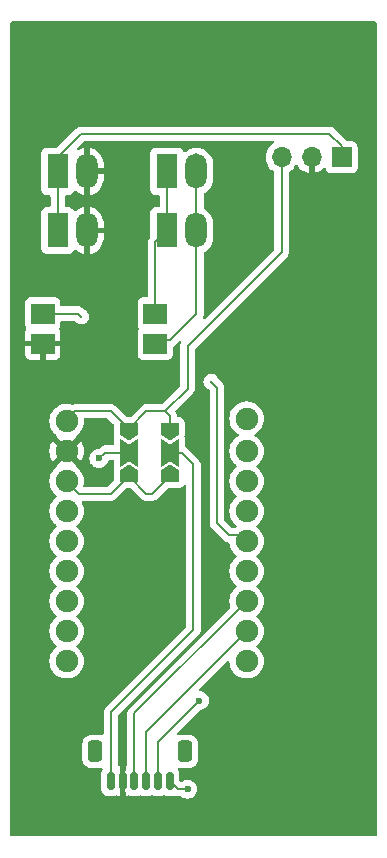
<source format=gbr>
%TF.GenerationSoftware,KiCad,Pcbnew,8.0.4*%
%TF.CreationDate,2024-08-15T17:47:52+02:00*%
%TF.ProjectId,Fingerprint_doorbell,46696e67-6572-4707-9269-6e745f646f6f,rev?*%
%TF.SameCoordinates,Original*%
%TF.FileFunction,Copper,L1,Top*%
%TF.FilePolarity,Positive*%
%FSLAX46Y46*%
G04 Gerber Fmt 4.6, Leading zero omitted, Abs format (unit mm)*
G04 Created by KiCad (PCBNEW 8.0.4) date 2024-08-15 17:47:52*
%MOMM*%
%LPD*%
G01*
G04 APERTURE LIST*
G04 Aperture macros list*
%AMRoundRect*
0 Rectangle with rounded corners*
0 $1 Rounding radius*
0 $2 $3 $4 $5 $6 $7 $8 $9 X,Y pos of 4 corners*
0 Add a 4 corners polygon primitive as box body*
4,1,4,$2,$3,$4,$5,$6,$7,$8,$9,$2,$3,0*
0 Add four circle primitives for the rounded corners*
1,1,$1+$1,$2,$3*
1,1,$1+$1,$4,$5*
1,1,$1+$1,$6,$7*
1,1,$1+$1,$8,$9*
0 Add four rect primitives between the rounded corners*
20,1,$1+$1,$2,$3,$4,$5,0*
20,1,$1+$1,$4,$5,$6,$7,0*
20,1,$1+$1,$6,$7,$8,$9,0*
20,1,$1+$1,$8,$9,$2,$3,0*%
%AMFreePoly0*
4,1,6,1.000000,0.000000,0.500000,-0.750000,-0.500000,-0.750000,-0.500000,0.750000,0.500000,0.750000,1.000000,0.000000,1.000000,0.000000,$1*%
%AMFreePoly1*
4,1,7,0.700000,0.000000,1.200000,-0.750000,-1.200000,-0.750000,-0.700000,0.000000,-1.200000,0.750000,1.200000,0.750000,0.700000,0.000000,0.700000,0.000000,$1*%
G04 Aperture macros list end*
%TA.AperFunction,SMDPad,CuDef*%
%ADD10R,2.000000X1.780000*%
%TD*%
%TA.AperFunction,ComponentPad*%
%ADD11R,1.700000X1.700000*%
%TD*%
%TA.AperFunction,ComponentPad*%
%ADD12O,1.700000X1.700000*%
%TD*%
%TA.AperFunction,ComponentPad*%
%ADD13R,1.800000X3.000000*%
%TD*%
%TA.AperFunction,ComponentPad*%
%ADD14O,1.800000X3.000000*%
%TD*%
%TA.AperFunction,SMDPad,CuDef*%
%ADD15FreePoly0,270.000000*%
%TD*%
%TA.AperFunction,SMDPad,CuDef*%
%ADD16FreePoly1,90.000000*%
%TD*%
%TA.AperFunction,SMDPad,CuDef*%
%ADD17FreePoly0,90.000000*%
%TD*%
%TA.AperFunction,SMDPad,CuDef*%
%ADD18RoundRect,0.250000X-0.350000X-0.650000X0.350000X-0.650000X0.350000X0.650000X-0.350000X0.650000X0*%
%TD*%
%TA.AperFunction,SMDPad,CuDef*%
%ADD19RoundRect,0.150000X-0.150000X-0.625000X0.150000X-0.625000X0.150000X0.625000X-0.150000X0.625000X0*%
%TD*%
%TA.AperFunction,ComponentPad*%
%ADD20C,1.905000*%
%TD*%
%TA.AperFunction,ViaPad*%
%ADD21C,0.300000*%
%TD*%
%TA.AperFunction,ViaPad*%
%ADD22C,0.600000*%
%TD*%
%TA.AperFunction,Conductor*%
%ADD23C,0.200000*%
%TD*%
G04 APERTURE END LIST*
D10*
%TO.P,U2,1*%
%TO.N,Net-(U1-GPIO11)*%
X64235000Y-50730000D03*
%TO.P,U2,2*%
%TO.N,/GND*%
X64235000Y-53270000D03*
%TO.P,U2,3*%
%TO.N,Net-(J3-Pin_2)*%
X73765000Y-53270000D03*
%TO.P,U2,4*%
%TO.N,Net-(J3-Pin_1)*%
X73765000Y-50730000D03*
%TD*%
D11*
%TO.P,J4,1,Pin_1*%
%TO.N,/24V*%
X89540000Y-37500000D03*
D12*
%TO.P,J4,2,Pin_2*%
%TO.N,/GND*%
X87000000Y-37500000D03*
%TO.P,J4,3,Pin_3*%
%TO.N,/5V*%
X84460000Y-37500000D03*
%TD*%
D13*
%TO.P,J3,1,Pin_1*%
%TO.N,Net-(J3-Pin_1)*%
X74750000Y-38700000D03*
X74750000Y-43700000D03*
D14*
%TO.P,J3,2,Pin_2*%
%TO.N,Net-(J3-Pin_2)*%
X77250000Y-38700000D03*
X77250000Y-43700000D03*
%TD*%
D13*
%TO.P,J2,1,Pin_1*%
%TO.N,/24V*%
X65500000Y-38700000D03*
X65500000Y-43700000D03*
D14*
%TO.P,J2,2,Pin_2*%
%TO.N,/GND*%
X68000000Y-38700000D03*
X68000000Y-43700000D03*
%TD*%
D15*
%TO.P,JP2,3,B*%
%TO.N,/5V*%
X71500000Y-60500000D03*
D16*
%TO.P,JP2,2,C*%
%TO.N,Net-(J1-Pin_6)*%
X71500000Y-62500000D03*
D17*
%TO.P,JP2,1,A*%
%TO.N,/3v3*%
X71500000Y-64500000D03*
%TD*%
D15*
%TO.P,JP1,3,B*%
%TO.N,/5V*%
X75000000Y-60500000D03*
D16*
%TO.P,JP1,2,C*%
%TO.N,Net-(J1-Pin_1)*%
X75000000Y-62500000D03*
D17*
%TO.P,JP1,1,A*%
%TO.N,/3v3*%
X75000000Y-64500000D03*
%TD*%
D18*
%TO.P,J1,MP*%
%TO.N,N/C*%
X76300000Y-87800000D03*
X68700000Y-87800000D03*
D19*
%TO.P,J1,6,Pin_6*%
%TO.N,Net-(J1-Pin_6)*%
X75000000Y-90325000D03*
%TO.P,J1,5,Pin_5*%
%TO.N,Net-(J1-Pin_5)*%
X74000000Y-90325000D03*
%TO.P,J1,4,Pin_4*%
%TO.N,Net-(J1-Pin_4)*%
X73000000Y-90325000D03*
%TO.P,J1,3,Pin_3*%
%TO.N,Net-(J1-Pin_3)*%
X72000000Y-90325000D03*
%TO.P,J1,2,Pin_2*%
%TO.N,/GND*%
X71000000Y-90325000D03*
%TO.P,J1,1,Pin_1*%
%TO.N,Net-(J1-Pin_1)*%
X70000000Y-90325000D03*
%TD*%
D20*
%TO.P,U1,1,GPIO1*%
%TO.N,unconnected-(U1-GPIO1-Pad1)*%
X66260000Y-67460000D03*
%TO.P,U1,2,GPIO2*%
%TO.N,unconnected-(U1-GPIO2-Pad2)*%
X66260000Y-70000000D03*
%TO.P,U1,3,GPIO3*%
%TO.N,unconnected-(U1-GPIO3-Pad3)*%
X66260000Y-72540000D03*
%TO.P,U1,3.3,3V3*%
%TO.N,/3v3*%
X66260000Y-64920000D03*
%TO.P,U1,4,GPIO4*%
%TO.N,unconnected-(U1-GPIO4-Pad4)*%
X66260000Y-75080000D03*
%TO.P,U1,5,GPIO5*%
%TO.N,unconnected-(U1-GPIO5-Pad5)*%
X66260000Y-77620000D03*
%TO.P,U1,5V,5V*%
%TO.N,/5V*%
X66260000Y-59840000D03*
%TO.P,U1,6,GPIO6*%
%TO.N,unconnected-(U1-GPIO6-Pad6)*%
X66260000Y-80160000D03*
%TO.P,U1,7,GPIO7*%
%TO.N,unconnected-(U1-GPIO7-Pad7)*%
X81500000Y-80160000D03*
%TO.P,U1,8,GPIO8*%
%TO.N,Net-(J1-Pin_4)*%
X81500000Y-77620000D03*
%TO.P,U1,9,GPIO9*%
%TO.N,Net-(J1-Pin_3)*%
X81500000Y-75080000D03*
%TO.P,U1,10,GPIO10*%
%TO.N,Net-(J1-Pin_5)*%
X81500000Y-72540000D03*
%TO.P,U1,11,GPIO11*%
%TO.N,Net-(U1-GPIO11)*%
X81500000Y-70000000D03*
%TO.P,U1,12,GPIO12*%
%TO.N,unconnected-(U1-GPIO12-Pad12)*%
X81500000Y-67460000D03*
%TO.P,U1,13,GPIO13*%
%TO.N,unconnected-(U1-GPIO13-Pad13)*%
X81500000Y-64920000D03*
%TO.P,U1,G,GND*%
%TO.N,/GND*%
X66260000Y-62380000D03*
%TO.P,U1,RX,RX*%
%TO.N,unconnected-(U1-PadRX)*%
X81500000Y-62380000D03*
%TO.P,U1,TX,TX*%
%TO.N,unconnected-(U1-PadTX)*%
X81500000Y-59630000D03*
%TD*%
D21*
%TO.N,Net-(U1-GPIO11)*%
X67500000Y-51000000D03*
X78500000Y-56500000D03*
D22*
%TO.N,/GND*%
X63000000Y-60000000D03*
X63000000Y-66000000D03*
X63000000Y-75500000D03*
X79000000Y-72500000D03*
X69000000Y-73000000D03*
X73500000Y-76500000D03*
X69500000Y-79500000D03*
X67500000Y-83500000D03*
X64000000Y-86000000D03*
X64000000Y-91500000D03*
X84000000Y-92000000D03*
X89500000Y-89500000D03*
X83000000Y-85500000D03*
X89000000Y-80500000D03*
X84500000Y-76000000D03*
X89500000Y-73500000D03*
X85000000Y-70000000D03*
X90000000Y-66500000D03*
X85000000Y-60500000D03*
X86500000Y-51000000D03*
X89000000Y-53000000D03*
X82500000Y-53000000D03*
X84500000Y-49000000D03*
X87000000Y-45500000D03*
X89500000Y-48500000D03*
X89500000Y-42000000D03*
X89000000Y-31000000D03*
X86500000Y-28500000D03*
X82000000Y-31000000D03*
X79000000Y-28500000D03*
X75000000Y-31000000D03*
X71000000Y-28500000D03*
X67500000Y-31000000D03*
X64000000Y-28500000D03*
%TO.N,Net-(J1-Pin_6)*%
X76500000Y-91000000D03*
X69000000Y-63000000D03*
%TO.N,Net-(J1-Pin_5)*%
X77500000Y-83500000D03*
%TD*%
D23*
%TO.N,Net-(U1-GPIO11)*%
X67230000Y-50730000D02*
X64235000Y-50730000D01*
X79000000Y-68500000D02*
X79000000Y-59500000D01*
X80000000Y-69500000D02*
X79500000Y-69000000D01*
X79000000Y-57000000D02*
X78500000Y-56500000D01*
X81000000Y-69500000D02*
X80000000Y-69500000D01*
X79500000Y-69000000D02*
X79000000Y-68500000D01*
X79000000Y-59500000D02*
X79000000Y-57000000D01*
X81500000Y-70000000D02*
X81000000Y-69500000D01*
X67500000Y-51000000D02*
X67230000Y-50730000D01*
%TO.N,Net-(J3-Pin_1)*%
X74750000Y-43700000D02*
X74750000Y-38700000D01*
%TO.N,Net-(J3-Pin_2)*%
X77250000Y-43700000D02*
X77250000Y-38700000D01*
X75000000Y-53000000D02*
X77250000Y-50750000D01*
X74035000Y-53000000D02*
X75000000Y-53000000D01*
X77250000Y-50750000D02*
X77250000Y-43700000D01*
X73765000Y-53270000D02*
X74035000Y-53000000D01*
%TO.N,Net-(J3-Pin_1)*%
X73765000Y-50730000D02*
X73765000Y-44685000D01*
X73765000Y-44685000D02*
X74750000Y-43700000D01*
%TO.N,/5V*%
X84460000Y-45540000D02*
X84460000Y-37500000D01*
X76500000Y-53500000D02*
X84460000Y-45540000D01*
X76500000Y-57084974D02*
X76500000Y-53500000D01*
X74584974Y-59000000D02*
X76500000Y-57084974D01*
%TO.N,/24V*%
X65500000Y-38700000D02*
X65500000Y-43700000D01*
X65500000Y-37500000D02*
X65500000Y-38700000D01*
X67500000Y-35500000D02*
X65500000Y-37500000D01*
X88500000Y-35500000D02*
X67500000Y-35500000D01*
X89540000Y-37500000D02*
X89540000Y-36540000D01*
X89540000Y-36540000D02*
X88500000Y-35500000D01*
%TO.N,Net-(J1-Pin_6)*%
X75675000Y-91000000D02*
X75000000Y-90325000D01*
X76500000Y-91000000D02*
X75675000Y-91000000D01*
X69500000Y-62500000D02*
X69000000Y-63000000D01*
X71500000Y-62500000D02*
X69500000Y-62500000D01*
%TO.N,Net-(J1-Pin_1)*%
X77000000Y-77500000D02*
X70000000Y-84500000D01*
X77000000Y-63500000D02*
X77000000Y-77500000D01*
X70000000Y-84500000D02*
X70000000Y-90325000D01*
X76000000Y-62500000D02*
X77000000Y-63500000D01*
X75000000Y-62500000D02*
X76000000Y-62500000D01*
%TO.N,/5V*%
X75000000Y-59415026D02*
X75000000Y-60500000D01*
X74584974Y-59000000D02*
X75000000Y-59415026D01*
X73000000Y-59000000D02*
X74584974Y-59000000D01*
X71500000Y-60500000D02*
X73000000Y-59000000D01*
X70000000Y-59000000D02*
X71500000Y-60500000D01*
X67000000Y-59000000D02*
X70000000Y-59000000D01*
X66260000Y-59740000D02*
X67000000Y-59000000D01*
X66260000Y-59840000D02*
X66260000Y-59740000D01*
%TO.N,/3v3*%
X73500000Y-66000000D02*
X75000000Y-64500000D01*
X73000000Y-66000000D02*
X73500000Y-66000000D01*
X71500000Y-64500000D02*
X73000000Y-66000000D01*
X70000000Y-66000000D02*
X71500000Y-64500000D01*
X66260000Y-64920000D02*
X67340000Y-66000000D01*
X67340000Y-66000000D02*
X70000000Y-66000000D01*
%TO.N,Net-(J1-Pin_5)*%
X74000000Y-87000000D02*
X77500000Y-83500000D01*
X74000000Y-90325000D02*
X74000000Y-87000000D01*
%TO.N,Net-(J1-Pin_3)*%
X72000000Y-84580000D02*
X81500000Y-75080000D01*
X72000000Y-90325000D02*
X72000000Y-84580000D01*
%TO.N,Net-(J1-Pin_4)*%
X73000000Y-86120000D02*
X81500000Y-77620000D01*
X73000000Y-90325000D02*
X73000000Y-86120000D01*
%TD*%
%TA.AperFunction,Conductor*%
%TO.N,/GND*%
G36*
X69766942Y-59620185D02*
G01*
X69787584Y-59636819D01*
X70208181Y-60057416D01*
X70241666Y-60118739D01*
X70244500Y-60145097D01*
X70244500Y-61000015D01*
X70248507Y-61063523D01*
X70261339Y-61110107D01*
X70264530Y-61160683D01*
X70244500Y-61299999D01*
X70244500Y-61775500D01*
X70224815Y-61842539D01*
X70172011Y-61888294D01*
X70120500Y-61899500D01*
X69586670Y-61899500D01*
X69586654Y-61899499D01*
X69579058Y-61899499D01*
X69420943Y-61899499D01*
X69344579Y-61919961D01*
X69268214Y-61940423D01*
X69268209Y-61940426D01*
X69131290Y-62019475D01*
X69131286Y-62019478D01*
X68981465Y-62169299D01*
X68920142Y-62202783D01*
X68907668Y-62204837D01*
X68820750Y-62214630D01*
X68650478Y-62274210D01*
X68497737Y-62370184D01*
X68370184Y-62497737D01*
X68274211Y-62650476D01*
X68214631Y-62820745D01*
X68214630Y-62820750D01*
X68194435Y-62999996D01*
X68194435Y-63000003D01*
X68214630Y-63179249D01*
X68214631Y-63179254D01*
X68274211Y-63349523D01*
X68339027Y-63452676D01*
X68370184Y-63502262D01*
X68497738Y-63629816D01*
X68529861Y-63650000D01*
X68609468Y-63700021D01*
X68650478Y-63725789D01*
X68716054Y-63748735D01*
X68820745Y-63785368D01*
X68820750Y-63785369D01*
X68999996Y-63805565D01*
X69000000Y-63805565D01*
X69000004Y-63805565D01*
X69179249Y-63785369D01*
X69179252Y-63785368D01*
X69179255Y-63785368D01*
X69349522Y-63725789D01*
X69502262Y-63629816D01*
X69629816Y-63502262D01*
X69725789Y-63349522D01*
X69783867Y-63183545D01*
X69824589Y-63126769D01*
X69889542Y-63101022D01*
X69900909Y-63100500D01*
X70120500Y-63100500D01*
X70187539Y-63120185D01*
X70233294Y-63172989D01*
X70244500Y-63224500D01*
X70244500Y-63700021D01*
X70250923Y-63780330D01*
X70250925Y-63780338D01*
X70259787Y-63808745D01*
X70264151Y-63863319D01*
X70244500Y-63999999D01*
X70244500Y-64854903D01*
X70224815Y-64921942D01*
X70208181Y-64942584D01*
X69787584Y-65363181D01*
X69726261Y-65396666D01*
X69699903Y-65399500D01*
X67796755Y-65399500D01*
X67729716Y-65379815D01*
X67683961Y-65327011D01*
X67674017Y-65257853D01*
X67676549Y-65245060D01*
X67681901Y-65223925D01*
X67698095Y-65159976D01*
X67717980Y-64920000D01*
X67698095Y-64680024D01*
X67638983Y-64446595D01*
X67542255Y-64226078D01*
X67410551Y-64024490D01*
X67247463Y-63847329D01*
X67119246Y-63747534D01*
X67078433Y-63690824D01*
X67074759Y-63621051D01*
X67095253Y-63585140D01*
X67096208Y-63569760D01*
X66496008Y-62969560D01*
X66560785Y-62942729D01*
X66664789Y-62873236D01*
X66753236Y-62784789D01*
X66822729Y-62680785D01*
X66849560Y-62616007D01*
X67449117Y-63215564D01*
X67541815Y-63073679D01*
X67638508Y-62853240D01*
X67697600Y-62619889D01*
X67717478Y-62380005D01*
X67717478Y-62379994D01*
X67697600Y-62140110D01*
X67638508Y-61906759D01*
X67541815Y-61686320D01*
X67449117Y-61544434D01*
X66849560Y-62143991D01*
X66822729Y-62079215D01*
X66753236Y-61975211D01*
X66664789Y-61886764D01*
X66560785Y-61817271D01*
X66496007Y-61790438D01*
X67096208Y-61190237D01*
X67095251Y-61174823D01*
X67078435Y-61151456D01*
X67074762Y-61081683D01*
X67109395Y-61021001D01*
X67119231Y-61012477D01*
X67247463Y-60912671D01*
X67410551Y-60735510D01*
X67542255Y-60533922D01*
X67638983Y-60313405D01*
X67698095Y-60079976D01*
X67715496Y-59869976D01*
X67717980Y-59840005D01*
X67717980Y-59839994D01*
X67709258Y-59734740D01*
X67723339Y-59666304D01*
X67772184Y-59616345D01*
X67832834Y-59600500D01*
X69699903Y-59600500D01*
X69766942Y-59620185D01*
G37*
%TD.AperFunction*%
%TA.AperFunction,Conductor*%
G36*
X92442539Y-26020185D02*
G01*
X92488294Y-26072989D01*
X92499500Y-26124500D01*
X92499500Y-94875500D01*
X92479815Y-94942539D01*
X92427011Y-94988294D01*
X92375500Y-94999500D01*
X61624500Y-94999500D01*
X61557461Y-94979815D01*
X61511706Y-94927011D01*
X61500500Y-94875500D01*
X61500500Y-54207844D01*
X62735000Y-54207844D01*
X62741401Y-54267372D01*
X62741403Y-54267379D01*
X62791645Y-54402086D01*
X62791649Y-54402093D01*
X62877809Y-54517187D01*
X62877812Y-54517190D01*
X62992906Y-54603350D01*
X62992913Y-54603354D01*
X63127620Y-54653596D01*
X63127627Y-54653598D01*
X63187155Y-54659999D01*
X63187172Y-54660000D01*
X63985000Y-54660000D01*
X64485000Y-54660000D01*
X65282828Y-54660000D01*
X65282844Y-54659999D01*
X65342372Y-54653598D01*
X65342379Y-54653596D01*
X65477086Y-54603354D01*
X65477093Y-54603350D01*
X65592187Y-54517190D01*
X65592190Y-54517187D01*
X65678350Y-54402093D01*
X65678354Y-54402086D01*
X65728596Y-54267379D01*
X65728598Y-54267372D01*
X65734999Y-54207844D01*
X65735000Y-54207827D01*
X65735000Y-53520000D01*
X64485000Y-53520000D01*
X64485000Y-54660000D01*
X63985000Y-54660000D01*
X63985000Y-53520000D01*
X62735000Y-53520000D01*
X62735000Y-54207844D01*
X61500500Y-54207844D01*
X61500500Y-49792135D01*
X62734500Y-49792135D01*
X62734500Y-51667870D01*
X62734501Y-51667876D01*
X62740908Y-51727483D01*
X62791202Y-51862328D01*
X62791204Y-51862331D01*
X62838945Y-51926105D01*
X62863363Y-51991568D01*
X62848512Y-52059842D01*
X62838946Y-52074726D01*
X62791649Y-52137907D01*
X62791645Y-52137913D01*
X62741403Y-52272620D01*
X62741401Y-52272627D01*
X62735000Y-52332155D01*
X62735000Y-53020000D01*
X65735000Y-53020000D01*
X65735000Y-52332172D01*
X65734999Y-52332155D01*
X65728598Y-52272627D01*
X65728596Y-52272620D01*
X65678354Y-52137913D01*
X65678350Y-52137907D01*
X65631054Y-52074726D01*
X65606637Y-52009262D01*
X65621489Y-51940989D01*
X65631051Y-51926108D01*
X65678796Y-51862331D01*
X65729091Y-51727483D01*
X65735500Y-51667873D01*
X65735500Y-51454500D01*
X65755185Y-51387461D01*
X65807989Y-51341706D01*
X65859500Y-51330500D01*
X66872630Y-51330500D01*
X66939669Y-51350185D01*
X66974680Y-51384060D01*
X67009517Y-51434530D01*
X67127760Y-51539283D01*
X67127762Y-51539284D01*
X67267634Y-51612696D01*
X67421014Y-51650500D01*
X67421015Y-51650500D01*
X67578985Y-51650500D01*
X67732365Y-51612696D01*
X67872240Y-51539283D01*
X67990483Y-51434530D01*
X68080220Y-51304523D01*
X68136237Y-51156818D01*
X68155278Y-51000000D01*
X68136237Y-50843182D01*
X68130879Y-50829055D01*
X68114992Y-50787164D01*
X68080220Y-50695477D01*
X67990483Y-50565470D01*
X67872240Y-50460717D01*
X67757857Y-50400683D01*
X67727805Y-50378569D01*
X67598717Y-50249481D01*
X67598716Y-50249480D01*
X67511904Y-50199360D01*
X67511904Y-50199359D01*
X67511900Y-50199358D01*
X67461785Y-50170423D01*
X67309057Y-50129499D01*
X67150943Y-50129499D01*
X67143347Y-50129499D01*
X67143331Y-50129500D01*
X65859499Y-50129500D01*
X65792460Y-50109815D01*
X65746705Y-50057011D01*
X65735499Y-50005500D01*
X65735499Y-49792129D01*
X65735498Y-49792123D01*
X65735497Y-49792116D01*
X65729091Y-49732517D01*
X65678796Y-49597669D01*
X65678795Y-49597668D01*
X65678793Y-49597664D01*
X65592547Y-49482455D01*
X65592544Y-49482452D01*
X65477335Y-49396206D01*
X65477328Y-49396202D01*
X65342482Y-49345908D01*
X65342483Y-49345908D01*
X65282883Y-49339501D01*
X65282881Y-49339500D01*
X65282873Y-49339500D01*
X65282864Y-49339500D01*
X63187129Y-49339500D01*
X63187123Y-49339501D01*
X63127516Y-49345908D01*
X62992671Y-49396202D01*
X62992664Y-49396206D01*
X62877455Y-49482452D01*
X62877452Y-49482455D01*
X62791206Y-49597664D01*
X62791202Y-49597671D01*
X62740908Y-49732517D01*
X62734501Y-49792116D01*
X62734501Y-49792123D01*
X62734500Y-49792135D01*
X61500500Y-49792135D01*
X61500500Y-37152135D01*
X64099500Y-37152135D01*
X64099500Y-40247870D01*
X64099501Y-40247876D01*
X64105908Y-40307483D01*
X64156202Y-40442328D01*
X64156206Y-40442335D01*
X64242452Y-40557544D01*
X64242455Y-40557547D01*
X64357664Y-40643793D01*
X64357671Y-40643797D01*
X64402618Y-40660561D01*
X64492517Y-40694091D01*
X64552127Y-40700500D01*
X64775500Y-40700499D01*
X64842539Y-40720183D01*
X64888294Y-40772987D01*
X64899500Y-40824499D01*
X64899500Y-41575500D01*
X64879815Y-41642539D01*
X64827011Y-41688294D01*
X64775501Y-41699500D01*
X64552130Y-41699500D01*
X64552123Y-41699501D01*
X64492516Y-41705908D01*
X64357671Y-41756202D01*
X64357664Y-41756206D01*
X64242455Y-41842452D01*
X64242452Y-41842455D01*
X64156206Y-41957664D01*
X64156202Y-41957671D01*
X64105908Y-42092517D01*
X64099501Y-42152116D01*
X64099500Y-42152135D01*
X64099500Y-45247870D01*
X64099501Y-45247876D01*
X64105908Y-45307483D01*
X64156202Y-45442328D01*
X64156206Y-45442335D01*
X64242452Y-45557544D01*
X64242455Y-45557547D01*
X64357664Y-45643793D01*
X64357671Y-45643797D01*
X64492517Y-45694091D01*
X64492516Y-45694091D01*
X64499444Y-45694835D01*
X64552127Y-45700500D01*
X66447872Y-45700499D01*
X66507483Y-45694091D01*
X66642331Y-45643796D01*
X66757546Y-45557546D01*
X66843796Y-45442331D01*
X66862927Y-45391037D01*
X66904797Y-45335104D01*
X66970261Y-45310686D01*
X67038534Y-45325537D01*
X67066790Y-45346689D01*
X67087958Y-45367857D01*
X67266239Y-45497386D01*
X67462589Y-45597432D01*
X67672163Y-45665526D01*
X67749999Y-45677854D01*
X67750000Y-45677854D01*
X67750000Y-44248482D01*
X67768409Y-44259111D01*
X67921009Y-44300000D01*
X68078991Y-44300000D01*
X68231591Y-44259111D01*
X68250000Y-44248482D01*
X68250000Y-45677854D01*
X68327834Y-45665526D01*
X68327837Y-45665526D01*
X68537410Y-45597432D01*
X68733760Y-45497386D01*
X68912041Y-45367857D01*
X69067857Y-45212041D01*
X69197386Y-45033760D01*
X69297432Y-44837410D01*
X69365526Y-44627835D01*
X69400000Y-44410181D01*
X69400000Y-43950000D01*
X68548482Y-43950000D01*
X68559111Y-43931591D01*
X68600000Y-43778991D01*
X68600000Y-43621009D01*
X68559111Y-43468409D01*
X68548482Y-43450000D01*
X69400000Y-43450000D01*
X69400000Y-42989818D01*
X69365526Y-42772164D01*
X69297432Y-42562589D01*
X69197386Y-42366239D01*
X69067857Y-42187958D01*
X68912041Y-42032142D01*
X68733760Y-41902613D01*
X68537410Y-41802567D01*
X68327836Y-41734473D01*
X68250000Y-41722144D01*
X68250000Y-43151517D01*
X68231591Y-43140889D01*
X68078991Y-43100000D01*
X67921009Y-43100000D01*
X67768409Y-43140889D01*
X67750000Y-43151517D01*
X67750000Y-41722144D01*
X67672164Y-41734473D01*
X67672161Y-41734473D01*
X67462589Y-41802567D01*
X67266239Y-41902613D01*
X67087958Y-42032142D01*
X67066788Y-42053312D01*
X67005465Y-42086796D01*
X66935773Y-42081810D01*
X66879840Y-42039937D01*
X66862927Y-42008961D01*
X66843798Y-41957673D01*
X66843793Y-41957664D01*
X66757547Y-41842455D01*
X66757544Y-41842452D01*
X66642335Y-41756206D01*
X66642328Y-41756202D01*
X66507482Y-41705908D01*
X66507483Y-41705908D01*
X66447883Y-41699501D01*
X66447881Y-41699500D01*
X66447873Y-41699500D01*
X66447865Y-41699500D01*
X66224500Y-41699500D01*
X66157461Y-41679815D01*
X66111706Y-41627011D01*
X66100500Y-41575500D01*
X66100500Y-40824499D01*
X66120185Y-40757460D01*
X66172989Y-40711705D01*
X66224500Y-40700499D01*
X66447871Y-40700499D01*
X66447872Y-40700499D01*
X66507483Y-40694091D01*
X66642331Y-40643796D01*
X66757546Y-40557546D01*
X66843796Y-40442331D01*
X66862927Y-40391037D01*
X66904797Y-40335104D01*
X66970261Y-40310686D01*
X67038534Y-40325537D01*
X67066790Y-40346689D01*
X67087958Y-40367857D01*
X67266239Y-40497386D01*
X67462589Y-40597432D01*
X67672163Y-40665526D01*
X67749999Y-40677854D01*
X67750000Y-40677854D01*
X67750000Y-39248482D01*
X67768409Y-39259111D01*
X67921009Y-39300000D01*
X68078991Y-39300000D01*
X68231591Y-39259111D01*
X68250000Y-39248482D01*
X68250000Y-40677854D01*
X68327834Y-40665526D01*
X68327837Y-40665526D01*
X68537410Y-40597432D01*
X68733760Y-40497386D01*
X68912041Y-40367857D01*
X69067857Y-40212041D01*
X69197386Y-40033760D01*
X69297432Y-39837410D01*
X69365526Y-39627835D01*
X69400000Y-39410181D01*
X69400000Y-38950000D01*
X68548482Y-38950000D01*
X68559111Y-38931591D01*
X68600000Y-38778991D01*
X68600000Y-38621009D01*
X68559111Y-38468409D01*
X68548482Y-38450000D01*
X69400000Y-38450000D01*
X69400000Y-37989818D01*
X69365526Y-37772164D01*
X69297432Y-37562589D01*
X69197386Y-37366239D01*
X69067857Y-37187958D01*
X68912041Y-37032142D01*
X68733760Y-36902613D01*
X68537410Y-36802567D01*
X68327836Y-36734473D01*
X68250000Y-36722144D01*
X68250000Y-38151517D01*
X68231591Y-38140889D01*
X68078991Y-38100000D01*
X67921009Y-38100000D01*
X67768409Y-38140889D01*
X67750000Y-38151517D01*
X67750000Y-36722144D01*
X67672164Y-36734473D01*
X67672161Y-36734473D01*
X67462586Y-36802568D01*
X67312160Y-36879214D01*
X67243491Y-36892110D01*
X67178751Y-36865833D01*
X67138494Y-36808727D01*
X67135502Y-36738921D01*
X67168183Y-36681051D01*
X67712416Y-36136819D01*
X67773739Y-36103334D01*
X67800097Y-36100500D01*
X83710890Y-36100500D01*
X83777929Y-36120185D01*
X83823684Y-36172989D01*
X83833628Y-36242147D01*
X83804603Y-36305703D01*
X83782013Y-36326075D01*
X83588597Y-36461505D01*
X83421505Y-36628597D01*
X83285965Y-36822169D01*
X83285964Y-36822171D01*
X83186098Y-37036335D01*
X83186094Y-37036344D01*
X83124938Y-37264586D01*
X83124936Y-37264596D01*
X83104341Y-37499999D01*
X83104341Y-37500000D01*
X83124936Y-37735403D01*
X83124938Y-37735413D01*
X83186094Y-37963655D01*
X83186096Y-37963659D01*
X83186097Y-37963663D01*
X83268739Y-38140889D01*
X83285965Y-38177830D01*
X83285967Y-38177834D01*
X83315409Y-38219881D01*
X83421505Y-38371401D01*
X83588599Y-38538495D01*
X83685384Y-38606265D01*
X83782165Y-38674032D01*
X83782167Y-38674033D01*
X83782170Y-38674035D01*
X83787898Y-38676706D01*
X83840339Y-38722872D01*
X83859500Y-38789090D01*
X83859500Y-45239902D01*
X83839815Y-45306941D01*
X83823181Y-45327583D01*
X77984627Y-51166136D01*
X77923304Y-51199621D01*
X77853612Y-51194637D01*
X77797679Y-51152765D01*
X77773262Y-51087301D01*
X77788114Y-51019028D01*
X77789560Y-51016454D01*
X77799060Y-51000000D01*
X77809577Y-50981784D01*
X77850501Y-50829057D01*
X77850501Y-50670942D01*
X77850501Y-50663347D01*
X77850500Y-50663329D01*
X77850500Y-45641835D01*
X77870185Y-45574796D01*
X77918206Y-45531350D01*
X77918547Y-45531175D01*
X77984022Y-45497815D01*
X78162365Y-45368242D01*
X78318242Y-45212365D01*
X78447815Y-45034022D01*
X78547895Y-44837606D01*
X78616015Y-44627951D01*
X78650500Y-44410222D01*
X78650500Y-42989778D01*
X78616015Y-42772049D01*
X78581955Y-42667221D01*
X78547896Y-42562396D01*
X78547895Y-42562393D01*
X78513237Y-42494375D01*
X78447815Y-42365978D01*
X78318477Y-42187958D01*
X78318247Y-42187641D01*
X78318243Y-42187636D01*
X78162363Y-42031756D01*
X78162358Y-42031752D01*
X77984023Y-41902185D01*
X77918204Y-41868648D01*
X77867409Y-41820674D01*
X77850500Y-41758164D01*
X77850500Y-40641835D01*
X77870185Y-40574796D01*
X77918206Y-40531350D01*
X77918547Y-40531175D01*
X77984022Y-40497815D01*
X78162365Y-40368242D01*
X78318242Y-40212365D01*
X78447815Y-40034022D01*
X78547895Y-39837606D01*
X78616015Y-39627951D01*
X78650500Y-39410222D01*
X78650500Y-37989778D01*
X78616015Y-37772049D01*
X78549010Y-37565826D01*
X78547896Y-37562396D01*
X78547895Y-37562393D01*
X78451902Y-37374000D01*
X78447815Y-37365978D01*
X78404937Y-37306961D01*
X78318247Y-37187641D01*
X78318243Y-37187636D01*
X78162363Y-37031756D01*
X78162358Y-37031752D01*
X77984025Y-36902187D01*
X77984024Y-36902186D01*
X77984022Y-36902185D01*
X77866791Y-36842452D01*
X77787606Y-36802104D01*
X77787603Y-36802103D01*
X77577952Y-36733985D01*
X77469086Y-36716742D01*
X77360222Y-36699500D01*
X77139778Y-36699500D01*
X77067201Y-36710995D01*
X76922047Y-36733985D01*
X76712396Y-36802103D01*
X76712393Y-36802104D01*
X76515974Y-36902187D01*
X76337641Y-37031752D01*
X76337635Y-37031757D01*
X76316596Y-37052796D01*
X76255273Y-37086280D01*
X76185581Y-37081294D01*
X76129648Y-37039421D01*
X76112735Y-37008446D01*
X76093797Y-36957671D01*
X76093793Y-36957664D01*
X76007547Y-36842455D01*
X76007544Y-36842452D01*
X75892335Y-36756206D01*
X75892328Y-36756202D01*
X75757482Y-36705908D01*
X75757483Y-36705908D01*
X75697883Y-36699501D01*
X75697881Y-36699500D01*
X75697873Y-36699500D01*
X75697864Y-36699500D01*
X73802129Y-36699500D01*
X73802123Y-36699501D01*
X73742516Y-36705908D01*
X73607671Y-36756202D01*
X73607664Y-36756206D01*
X73492455Y-36842452D01*
X73492452Y-36842455D01*
X73406206Y-36957664D01*
X73406202Y-36957671D01*
X73355908Y-37092517D01*
X73349501Y-37152116D01*
X73349500Y-37152135D01*
X73349500Y-40247870D01*
X73349501Y-40247876D01*
X73355908Y-40307483D01*
X73406202Y-40442328D01*
X73406206Y-40442335D01*
X73492452Y-40557544D01*
X73492455Y-40557547D01*
X73607664Y-40643793D01*
X73607671Y-40643797D01*
X73652618Y-40660561D01*
X73742517Y-40694091D01*
X73802127Y-40700500D01*
X74025500Y-40700499D01*
X74092539Y-40720183D01*
X74138294Y-40772987D01*
X74149500Y-40824499D01*
X74149500Y-41575500D01*
X74129815Y-41642539D01*
X74077011Y-41688294D01*
X74025501Y-41699500D01*
X73802130Y-41699500D01*
X73802123Y-41699501D01*
X73742516Y-41705908D01*
X73607671Y-41756202D01*
X73607664Y-41756206D01*
X73492455Y-41842452D01*
X73492452Y-41842455D01*
X73406206Y-41957664D01*
X73406202Y-41957671D01*
X73355908Y-42092517D01*
X73349501Y-42152116D01*
X73349500Y-42152135D01*
X73349500Y-44199900D01*
X73329815Y-44266939D01*
X73313183Y-44287580D01*
X73284480Y-44316283D01*
X73234361Y-44403094D01*
X73234359Y-44403096D01*
X73205425Y-44453209D01*
X73205424Y-44453210D01*
X73205423Y-44453215D01*
X73164499Y-44605943D01*
X73164499Y-44605945D01*
X73164499Y-44774046D01*
X73164500Y-44774059D01*
X73164500Y-49215500D01*
X73144815Y-49282539D01*
X73092011Y-49328294D01*
X73040500Y-49339500D01*
X72717130Y-49339500D01*
X72717123Y-49339501D01*
X72657516Y-49345908D01*
X72522671Y-49396202D01*
X72522664Y-49396206D01*
X72407455Y-49482452D01*
X72407452Y-49482455D01*
X72321206Y-49597664D01*
X72321202Y-49597671D01*
X72270908Y-49732517D01*
X72264501Y-49792116D01*
X72264501Y-49792123D01*
X72264500Y-49792135D01*
X72264500Y-51667870D01*
X72264501Y-51667876D01*
X72270908Y-51727483D01*
X72321202Y-51862328D01*
X72321203Y-51862330D01*
X72368634Y-51925689D01*
X72393051Y-51991153D01*
X72378200Y-52059426D01*
X72368634Y-52074311D01*
X72321203Y-52137669D01*
X72321202Y-52137671D01*
X72270908Y-52272517D01*
X72264501Y-52332116D01*
X72264500Y-52332135D01*
X72264500Y-54207870D01*
X72264501Y-54207876D01*
X72270908Y-54267483D01*
X72321202Y-54402328D01*
X72321206Y-54402335D01*
X72407452Y-54517544D01*
X72407455Y-54517547D01*
X72522664Y-54603793D01*
X72522671Y-54603797D01*
X72657517Y-54654091D01*
X72657516Y-54654091D01*
X72664444Y-54654835D01*
X72717127Y-54660500D01*
X74812872Y-54660499D01*
X74872483Y-54654091D01*
X75007331Y-54603796D01*
X75122546Y-54517546D01*
X75208796Y-54402331D01*
X75259091Y-54267483D01*
X75265500Y-54207873D01*
X75265499Y-53611701D01*
X75285183Y-53544663D01*
X75327496Y-53504316D01*
X75368716Y-53480520D01*
X75480520Y-53368716D01*
X75480520Y-53368714D01*
X75490728Y-53358507D01*
X75490729Y-53358504D01*
X75765373Y-53083860D01*
X75826696Y-53050376D01*
X75896388Y-53055360D01*
X75952321Y-53097232D01*
X75976738Y-53162696D01*
X75961886Y-53230969D01*
X75960441Y-53233542D01*
X75940424Y-53268211D01*
X75940423Y-53268215D01*
X75899499Y-53420943D01*
X75899499Y-53420945D01*
X75899499Y-53589046D01*
X75899500Y-53589059D01*
X75899500Y-56784876D01*
X75879815Y-56851915D01*
X75863181Y-56872557D01*
X74372558Y-58363181D01*
X74311235Y-58396666D01*
X74284877Y-58399500D01*
X72920941Y-58399500D01*
X72883890Y-58409427D01*
X72883891Y-58409428D01*
X72768214Y-58440423D01*
X72768209Y-58440426D01*
X72631290Y-58519475D01*
X72631282Y-58519481D01*
X72531336Y-58619428D01*
X72519480Y-58631284D01*
X72519478Y-58631286D01*
X72104455Y-59046310D01*
X71692584Y-59458181D01*
X71631261Y-59491666D01*
X71604903Y-59494500D01*
X71395097Y-59494500D01*
X71328058Y-59474815D01*
X71307416Y-59458181D01*
X70487590Y-58638355D01*
X70487588Y-58638352D01*
X70368717Y-58519481D01*
X70368716Y-58519480D01*
X70281904Y-58469360D01*
X70281904Y-58469359D01*
X70281900Y-58469358D01*
X70231785Y-58440423D01*
X70079057Y-58399499D01*
X69920943Y-58399499D01*
X69913347Y-58399499D01*
X69913331Y-58399500D01*
X67086669Y-58399500D01*
X67086653Y-58399499D01*
X67079057Y-58399499D01*
X66920943Y-58399499D01*
X66791360Y-58434221D01*
X66768207Y-58440425D01*
X66761633Y-58443148D01*
X66692163Y-58450610D01*
X66673931Y-58445864D01*
X66617913Y-58426634D01*
X66380399Y-58387000D01*
X66139601Y-58387000D01*
X66092098Y-58394926D01*
X65902083Y-58426634D01*
X65674343Y-58504818D01*
X65674334Y-58504821D01*
X65462558Y-58619429D01*
X65328456Y-58723805D01*
X65272537Y-58767329D01*
X65272534Y-58767331D01*
X65272534Y-58767332D01*
X65109449Y-58944490D01*
X64977743Y-59146081D01*
X64881017Y-59366594D01*
X64821904Y-59600027D01*
X64802020Y-59839994D01*
X64802020Y-59840005D01*
X64821904Y-60079972D01*
X64881017Y-60313405D01*
X64974054Y-60525509D01*
X64977745Y-60533922D01*
X65109449Y-60735510D01*
X65272537Y-60912671D01*
X65340000Y-60965179D01*
X65400750Y-61012463D01*
X65441563Y-61069173D01*
X65445238Y-61138946D01*
X65424746Y-61174851D01*
X65423791Y-61190237D01*
X66023992Y-61790438D01*
X65959215Y-61817271D01*
X65855211Y-61886764D01*
X65766764Y-61975211D01*
X65697271Y-62079215D01*
X65670438Y-62143992D01*
X65070881Y-61544435D01*
X64978185Y-61686317D01*
X64881491Y-61906759D01*
X64822399Y-62140110D01*
X64802522Y-62379994D01*
X64802522Y-62380005D01*
X64822399Y-62619889D01*
X64881491Y-62853240D01*
X64978185Y-63073682D01*
X65070880Y-63215563D01*
X65670438Y-62616006D01*
X65697271Y-62680785D01*
X65766764Y-62784789D01*
X65855211Y-62873236D01*
X65959215Y-62942729D01*
X66023991Y-62969560D01*
X65423790Y-63569761D01*
X65424747Y-63585171D01*
X65441565Y-63608539D01*
X65445239Y-63678312D01*
X65410607Y-63738995D01*
X65400752Y-63747535D01*
X65272539Y-63847327D01*
X65272534Y-63847332D01*
X65109449Y-64024490D01*
X64977743Y-64226081D01*
X64881017Y-64446594D01*
X64821904Y-64680027D01*
X64802020Y-64919994D01*
X64802020Y-64920005D01*
X64821904Y-65159972D01*
X64881017Y-65393405D01*
X64946117Y-65541819D01*
X64977745Y-65613922D01*
X65109449Y-65815510D01*
X65272537Y-65992671D01*
X65362608Y-66062776D01*
X65400344Y-66092147D01*
X65441157Y-66148857D01*
X65444831Y-66218630D01*
X65410199Y-66279313D01*
X65400344Y-66287853D01*
X65272539Y-66387327D01*
X65272534Y-66387332D01*
X65109449Y-66564490D01*
X64977743Y-66766081D01*
X64881017Y-66986594D01*
X64821904Y-67220027D01*
X64802020Y-67459994D01*
X64802020Y-67460005D01*
X64821904Y-67699972D01*
X64821904Y-67699975D01*
X64821905Y-67699976D01*
X64881017Y-67933405D01*
X64977745Y-68153922D01*
X65109449Y-68355510D01*
X65272537Y-68532671D01*
X65332130Y-68579054D01*
X65400344Y-68632147D01*
X65441157Y-68688857D01*
X65444831Y-68758630D01*
X65410199Y-68819313D01*
X65400344Y-68827853D01*
X65272539Y-68927327D01*
X65272534Y-68927332D01*
X65109449Y-69104490D01*
X64977743Y-69306081D01*
X64881017Y-69526594D01*
X64821904Y-69760027D01*
X64802020Y-69999994D01*
X64802020Y-70000005D01*
X64821904Y-70239972D01*
X64821904Y-70239975D01*
X64821905Y-70239976D01*
X64881017Y-70473405D01*
X64977745Y-70693922D01*
X65109449Y-70895510D01*
X65272537Y-71072671D01*
X65362608Y-71142776D01*
X65400344Y-71172147D01*
X65441157Y-71228857D01*
X65444831Y-71298630D01*
X65410199Y-71359313D01*
X65400344Y-71367853D01*
X65272539Y-71467327D01*
X65272534Y-71467332D01*
X65109449Y-71644490D01*
X64977743Y-71846081D01*
X64881017Y-72066594D01*
X64821904Y-72300027D01*
X64802020Y-72539994D01*
X64802020Y-72540005D01*
X64821904Y-72779972D01*
X64821904Y-72779975D01*
X64821905Y-72779976D01*
X64881017Y-73013405D01*
X64977745Y-73233922D01*
X65109449Y-73435510D01*
X65272537Y-73612671D01*
X65362608Y-73682776D01*
X65400344Y-73712147D01*
X65441157Y-73768857D01*
X65444831Y-73838630D01*
X65410199Y-73899313D01*
X65400344Y-73907853D01*
X65272539Y-74007327D01*
X65272534Y-74007332D01*
X65109449Y-74184490D01*
X64977743Y-74386081D01*
X64881017Y-74606594D01*
X64821904Y-74840027D01*
X64802020Y-75079994D01*
X64802020Y-75080005D01*
X64821904Y-75319972D01*
X64881017Y-75553405D01*
X64922590Y-75648183D01*
X64977745Y-75773922D01*
X65109449Y-75975510D01*
X65272537Y-76152671D01*
X65362608Y-76222776D01*
X65400344Y-76252147D01*
X65441157Y-76308857D01*
X65444831Y-76378630D01*
X65410199Y-76439313D01*
X65400344Y-76447853D01*
X65272539Y-76547327D01*
X65272534Y-76547332D01*
X65109449Y-76724490D01*
X64977743Y-76926081D01*
X64881017Y-77146594D01*
X64821904Y-77380027D01*
X64802020Y-77619994D01*
X64802020Y-77620005D01*
X64821904Y-77859972D01*
X64881017Y-78093405D01*
X64922590Y-78188183D01*
X64977745Y-78313922D01*
X65109449Y-78515510D01*
X65272537Y-78692671D01*
X65362608Y-78762776D01*
X65400344Y-78792147D01*
X65441157Y-78848857D01*
X65444831Y-78918630D01*
X65410199Y-78979313D01*
X65400344Y-78987853D01*
X65272539Y-79087327D01*
X65272534Y-79087332D01*
X65109449Y-79264490D01*
X64977743Y-79466081D01*
X64881017Y-79686594D01*
X64821904Y-79920027D01*
X64802020Y-80159994D01*
X64802020Y-80160005D01*
X64821904Y-80399972D01*
X64821904Y-80399975D01*
X64821905Y-80399976D01*
X64881017Y-80633405D01*
X64977745Y-80853922D01*
X65109449Y-81055510D01*
X65272537Y-81232671D01*
X65462561Y-81380572D01*
X65674336Y-81495179D01*
X65792598Y-81535778D01*
X65902083Y-81573365D01*
X65902085Y-81573365D01*
X65902087Y-81573366D01*
X66139601Y-81613000D01*
X66139602Y-81613000D01*
X66380398Y-81613000D01*
X66380399Y-81613000D01*
X66617913Y-81573366D01*
X66845664Y-81495179D01*
X67057439Y-81380572D01*
X67247463Y-81232671D01*
X67410551Y-81055510D01*
X67542255Y-80853922D01*
X67638983Y-80633405D01*
X67698095Y-80399976D01*
X67717980Y-80160000D01*
X67716949Y-80147563D01*
X67698095Y-79920027D01*
X67698095Y-79920024D01*
X67638983Y-79686595D01*
X67542255Y-79466078D01*
X67410551Y-79264490D01*
X67247463Y-79087329D01*
X67119656Y-78987853D01*
X67078843Y-78931143D01*
X67075168Y-78861370D01*
X67109800Y-78800687D01*
X67119656Y-78792147D01*
X67140072Y-78776255D01*
X67247463Y-78692671D01*
X67410551Y-78515510D01*
X67542255Y-78313922D01*
X67638983Y-78093405D01*
X67698095Y-77859976D01*
X67708717Y-77731785D01*
X67717980Y-77620005D01*
X67717980Y-77619994D01*
X67698095Y-77380027D01*
X67698095Y-77380024D01*
X67638983Y-77146595D01*
X67542255Y-76926078D01*
X67410551Y-76724490D01*
X67247463Y-76547329D01*
X67119656Y-76447853D01*
X67078843Y-76391143D01*
X67075168Y-76321370D01*
X67109800Y-76260687D01*
X67119656Y-76252147D01*
X67140072Y-76236255D01*
X67247463Y-76152671D01*
X67410551Y-75975510D01*
X67542255Y-75773922D01*
X67638983Y-75553405D01*
X67698095Y-75319976D01*
X67717980Y-75080000D01*
X67698095Y-74840024D01*
X67638983Y-74606595D01*
X67542255Y-74386078D01*
X67410551Y-74184490D01*
X67247463Y-74007329D01*
X67119656Y-73907853D01*
X67078843Y-73851143D01*
X67075168Y-73781370D01*
X67109800Y-73720687D01*
X67119656Y-73712147D01*
X67140072Y-73696255D01*
X67247463Y-73612671D01*
X67410551Y-73435510D01*
X67542255Y-73233922D01*
X67638983Y-73013405D01*
X67698095Y-72779976D01*
X67717980Y-72540000D01*
X67698095Y-72300024D01*
X67638983Y-72066595D01*
X67542255Y-71846078D01*
X67410551Y-71644490D01*
X67247463Y-71467329D01*
X67119656Y-71367853D01*
X67078843Y-71311143D01*
X67075168Y-71241370D01*
X67109800Y-71180687D01*
X67119656Y-71172147D01*
X67140072Y-71156255D01*
X67247463Y-71072671D01*
X67410551Y-70895510D01*
X67542255Y-70693922D01*
X67638983Y-70473405D01*
X67698095Y-70239976D01*
X67709652Y-70100501D01*
X67717980Y-70000005D01*
X67717980Y-69999994D01*
X67698095Y-69760027D01*
X67698095Y-69760024D01*
X67638983Y-69526595D01*
X67542255Y-69306078D01*
X67410551Y-69104490D01*
X67247463Y-68927329D01*
X67119656Y-68827853D01*
X67078843Y-68771143D01*
X67075168Y-68701370D01*
X67109800Y-68640687D01*
X67119656Y-68632147D01*
X67140072Y-68616255D01*
X67247463Y-68532671D01*
X67410551Y-68355510D01*
X67542255Y-68153922D01*
X67638983Y-67933405D01*
X67698095Y-67699976D01*
X67717980Y-67460000D01*
X67698095Y-67220024D01*
X67638983Y-66986595D01*
X67545866Y-66774310D01*
X67536963Y-66705010D01*
X67566940Y-66641898D01*
X67626279Y-66605011D01*
X67659422Y-66600500D01*
X69913331Y-66600500D01*
X69913347Y-66600501D01*
X69920943Y-66600501D01*
X70079054Y-66600501D01*
X70079057Y-66600501D01*
X70231785Y-66559577D01*
X70281904Y-66530639D01*
X70368716Y-66480520D01*
X70480520Y-66368716D01*
X70480520Y-66368714D01*
X70490728Y-66358507D01*
X70490729Y-66358504D01*
X71307416Y-65541819D01*
X71368739Y-65508334D01*
X71395097Y-65505500D01*
X71604903Y-65505500D01*
X71671942Y-65525185D01*
X71692584Y-65541819D01*
X72515139Y-66364374D01*
X72515149Y-66364385D01*
X72519479Y-66368715D01*
X72519480Y-66368716D01*
X72631284Y-66480520D01*
X72631286Y-66480521D01*
X72631290Y-66480524D01*
X72768209Y-66559573D01*
X72768216Y-66559577D01*
X72880019Y-66589534D01*
X72920942Y-66600500D01*
X72920943Y-66600500D01*
X73413331Y-66600500D01*
X73413347Y-66600501D01*
X73420943Y-66600501D01*
X73579054Y-66600501D01*
X73579057Y-66600501D01*
X73731785Y-66559577D01*
X73781904Y-66530639D01*
X73868716Y-66480520D01*
X73980520Y-66368716D01*
X73980520Y-66368714D01*
X73990728Y-66358507D01*
X73990729Y-66358504D01*
X74807416Y-65541819D01*
X74868739Y-65508334D01*
X74895097Y-65505500D01*
X75750000Y-65505500D01*
X75821940Y-65500355D01*
X75959992Y-65459819D01*
X76081032Y-65382031D01*
X76129755Y-65325802D01*
X76181062Y-65266592D01*
X76183645Y-65268830D01*
X76223974Y-65233877D01*
X76293131Y-65223925D01*
X76356691Y-65252942D01*
X76394473Y-65311715D01*
X76399500Y-65346665D01*
X76399500Y-77199902D01*
X76379815Y-77266941D01*
X76363181Y-77287583D01*
X69519482Y-84131281D01*
X69519478Y-84131287D01*
X69473292Y-84211284D01*
X69440424Y-84268212D01*
X69440423Y-84268213D01*
X69433203Y-84295160D01*
X69399499Y-84420943D01*
X69399499Y-84420945D01*
X69399499Y-84589046D01*
X69399500Y-84589059D01*
X69399500Y-86303462D01*
X69379815Y-86370501D01*
X69327011Y-86416256D01*
X69257853Y-86426200D01*
X69236498Y-86421168D01*
X69202797Y-86410001D01*
X69202795Y-86410000D01*
X69100010Y-86399500D01*
X68299998Y-86399500D01*
X68299980Y-86399501D01*
X68197203Y-86410000D01*
X68197200Y-86410001D01*
X68030668Y-86465185D01*
X68030663Y-86465187D01*
X67881342Y-86557289D01*
X67757289Y-86681342D01*
X67665187Y-86830663D01*
X67665186Y-86830666D01*
X67610001Y-86997203D01*
X67610001Y-86997204D01*
X67610000Y-86997204D01*
X67599500Y-87099983D01*
X67599500Y-88500001D01*
X67599501Y-88500018D01*
X67610000Y-88602796D01*
X67610001Y-88602799D01*
X67665185Y-88769331D01*
X67665186Y-88769334D01*
X67757288Y-88918656D01*
X67881344Y-89042712D01*
X68030666Y-89134814D01*
X68197203Y-89189999D01*
X68299991Y-89200500D01*
X69100008Y-89200499D01*
X69163906Y-89193971D01*
X69232595Y-89206740D01*
X69283480Y-89254620D01*
X69300401Y-89322410D01*
X69283238Y-89380448D01*
X69248256Y-89439601D01*
X69248254Y-89439606D01*
X69202402Y-89597426D01*
X69202401Y-89597432D01*
X69199500Y-89634298D01*
X69199500Y-91015701D01*
X69202401Y-91052567D01*
X69202402Y-91052573D01*
X69248254Y-91210393D01*
X69248255Y-91210396D01*
X69331917Y-91351862D01*
X69331923Y-91351870D01*
X69448129Y-91468076D01*
X69448133Y-91468079D01*
X69448135Y-91468081D01*
X69589602Y-91551744D01*
X69616563Y-91559577D01*
X69747426Y-91597597D01*
X69747429Y-91597597D01*
X69747431Y-91597598D01*
X69784306Y-91600500D01*
X69784314Y-91600500D01*
X70215686Y-91600500D01*
X70215694Y-91600500D01*
X70252569Y-91597598D01*
X70252571Y-91597597D01*
X70252573Y-91597597D01*
X70294191Y-91585505D01*
X70410398Y-91551744D01*
X70437368Y-91535793D01*
X70505091Y-91518610D01*
X70563610Y-91535792D01*
X70589803Y-91551282D01*
X70589806Y-91551283D01*
X70747505Y-91597099D01*
X70747511Y-91597100D01*
X70749998Y-91597295D01*
X70750000Y-91597295D01*
X70750000Y-91234050D01*
X70754924Y-91199455D01*
X70797597Y-91052573D01*
X70797598Y-91052567D01*
X70800499Y-91015701D01*
X70800500Y-91015694D01*
X70800500Y-89634306D01*
X70800499Y-89634298D01*
X71199500Y-89634298D01*
X71199500Y-91015701D01*
X71202401Y-91052567D01*
X71202402Y-91052573D01*
X71245076Y-91199455D01*
X71250000Y-91234050D01*
X71250000Y-91597295D01*
X71250001Y-91597295D01*
X71252486Y-91597100D01*
X71410199Y-91551281D01*
X71436386Y-91535794D01*
X71504110Y-91518610D01*
X71562628Y-91535791D01*
X71589602Y-91551744D01*
X71589604Y-91551744D01*
X71589605Y-91551745D01*
X71747426Y-91597597D01*
X71747429Y-91597597D01*
X71747431Y-91597598D01*
X71784306Y-91600500D01*
X71784314Y-91600500D01*
X72215686Y-91600500D01*
X72215694Y-91600500D01*
X72252569Y-91597598D01*
X72252571Y-91597597D01*
X72252573Y-91597597D01*
X72294191Y-91585505D01*
X72410398Y-91551744D01*
X72420213Y-91545939D01*
X72436878Y-91536084D01*
X72504601Y-91518900D01*
X72563122Y-91536084D01*
X72589598Y-91551742D01*
X72589599Y-91551742D01*
X72589602Y-91551744D01*
X72616563Y-91559577D01*
X72747426Y-91597597D01*
X72747429Y-91597597D01*
X72747431Y-91597598D01*
X72784306Y-91600500D01*
X72784314Y-91600500D01*
X73215686Y-91600500D01*
X73215694Y-91600500D01*
X73252569Y-91597598D01*
X73252571Y-91597597D01*
X73252573Y-91597597D01*
X73294191Y-91585505D01*
X73410398Y-91551744D01*
X73420213Y-91545939D01*
X73436878Y-91536084D01*
X73504601Y-91518900D01*
X73563122Y-91536084D01*
X73589598Y-91551742D01*
X73589599Y-91551742D01*
X73589602Y-91551744D01*
X73616563Y-91559577D01*
X73747426Y-91597597D01*
X73747429Y-91597597D01*
X73747431Y-91597598D01*
X73784306Y-91600500D01*
X73784314Y-91600500D01*
X74215686Y-91600500D01*
X74215694Y-91600500D01*
X74252569Y-91597598D01*
X74252571Y-91597597D01*
X74252573Y-91597597D01*
X74294191Y-91585505D01*
X74410398Y-91551744D01*
X74420213Y-91545939D01*
X74436878Y-91536084D01*
X74504601Y-91518900D01*
X74563122Y-91536084D01*
X74589598Y-91551742D01*
X74589599Y-91551742D01*
X74589602Y-91551744D01*
X74616563Y-91559577D01*
X74747426Y-91597597D01*
X74747429Y-91597597D01*
X74747431Y-91597598D01*
X74784306Y-91600500D01*
X74784314Y-91600500D01*
X75215686Y-91600500D01*
X75215694Y-91600500D01*
X75252569Y-91597598D01*
X75252571Y-91597597D01*
X75252573Y-91597597D01*
X75378872Y-91560904D01*
X75445558Y-91560205D01*
X75595943Y-91600500D01*
X75917588Y-91600500D01*
X75984627Y-91620185D01*
X75994903Y-91627555D01*
X75997736Y-91629814D01*
X75997738Y-91629816D01*
X76150478Y-91725789D01*
X76320745Y-91785368D01*
X76320750Y-91785369D01*
X76499996Y-91805565D01*
X76500000Y-91805565D01*
X76500004Y-91805565D01*
X76679249Y-91785369D01*
X76679252Y-91785368D01*
X76679255Y-91785368D01*
X76849522Y-91725789D01*
X77002262Y-91629816D01*
X77129816Y-91502262D01*
X77225789Y-91349522D01*
X77285368Y-91179255D01*
X77299642Y-91052569D01*
X77305565Y-91000003D01*
X77305565Y-90999996D01*
X77285369Y-90820750D01*
X77285368Y-90820745D01*
X77225788Y-90650476D01*
X77129815Y-90497737D01*
X77002262Y-90370184D01*
X76849523Y-90274211D01*
X76679254Y-90214631D01*
X76679249Y-90214630D01*
X76500004Y-90194435D01*
X76499996Y-90194435D01*
X76320750Y-90214630D01*
X76320745Y-90214631D01*
X76150476Y-90274211D01*
X76018017Y-90357442D01*
X75950781Y-90376442D01*
X75883945Y-90356074D01*
X75864364Y-90340129D01*
X75836819Y-90312584D01*
X75803334Y-90251261D01*
X75800500Y-90224903D01*
X75800500Y-89634313D01*
X75800499Y-89634298D01*
X75797598Y-89597432D01*
X75797597Y-89597426D01*
X75751745Y-89439606D01*
X75751744Y-89439603D01*
X75751744Y-89439602D01*
X75716761Y-89380448D01*
X75699579Y-89312727D01*
X75721739Y-89246465D01*
X75776205Y-89202701D01*
X75836095Y-89193972D01*
X75899991Y-89200500D01*
X76700008Y-89200499D01*
X76700016Y-89200498D01*
X76700019Y-89200498D01*
X76756302Y-89194748D01*
X76802797Y-89189999D01*
X76969334Y-89134814D01*
X77118656Y-89042712D01*
X77242712Y-88918656D01*
X77334814Y-88769334D01*
X77389999Y-88602797D01*
X77400500Y-88500009D01*
X77400499Y-87099992D01*
X77389999Y-86997203D01*
X77334814Y-86830666D01*
X77242712Y-86681344D01*
X77118656Y-86557288D01*
X76969334Y-86465186D01*
X76802797Y-86410001D01*
X76802795Y-86410000D01*
X76700010Y-86399500D01*
X75899998Y-86399500D01*
X75899980Y-86399501D01*
X75797203Y-86410000D01*
X75797197Y-86410002D01*
X75758470Y-86422835D01*
X75688642Y-86425237D01*
X75628600Y-86389505D01*
X75597408Y-86326984D01*
X75604969Y-86257525D01*
X75631784Y-86217449D01*
X77518535Y-84330698D01*
X77579856Y-84297215D01*
X77592311Y-84295163D01*
X77679255Y-84285368D01*
X77849522Y-84225789D01*
X78002262Y-84129816D01*
X78129816Y-84002262D01*
X78225789Y-83849522D01*
X78285368Y-83679255D01*
X78305565Y-83500000D01*
X78285368Y-83320745D01*
X78225789Y-83150478D01*
X78129816Y-82997738D01*
X78002262Y-82870184D01*
X77849523Y-82774211D01*
X77679254Y-82714631D01*
X77679250Y-82714630D01*
X77553472Y-82700459D01*
X77489058Y-82673392D01*
X77449503Y-82615798D01*
X77447366Y-82545961D01*
X77479673Y-82489560D01*
X79835043Y-80134190D01*
X79896364Y-80100707D01*
X79966056Y-80105691D01*
X80021989Y-80147563D01*
X80046298Y-80211633D01*
X80061904Y-80399972D01*
X80061904Y-80399975D01*
X80061905Y-80399976D01*
X80121017Y-80633405D01*
X80217745Y-80853922D01*
X80349449Y-81055510D01*
X80512537Y-81232671D01*
X80702561Y-81380572D01*
X80914336Y-81495179D01*
X81032598Y-81535778D01*
X81142083Y-81573365D01*
X81142085Y-81573365D01*
X81142087Y-81573366D01*
X81379601Y-81613000D01*
X81379602Y-81613000D01*
X81620398Y-81613000D01*
X81620399Y-81613000D01*
X81857913Y-81573366D01*
X82085664Y-81495179D01*
X82297439Y-81380572D01*
X82487463Y-81232671D01*
X82650551Y-81055510D01*
X82782255Y-80853922D01*
X82878983Y-80633405D01*
X82938095Y-80399976D01*
X82957980Y-80160000D01*
X82956949Y-80147563D01*
X82938095Y-79920027D01*
X82938095Y-79920024D01*
X82878983Y-79686595D01*
X82782255Y-79466078D01*
X82650551Y-79264490D01*
X82487463Y-79087329D01*
X82359656Y-78987853D01*
X82318843Y-78931143D01*
X82315168Y-78861370D01*
X82349800Y-78800687D01*
X82359656Y-78792147D01*
X82380072Y-78776255D01*
X82487463Y-78692671D01*
X82650551Y-78515510D01*
X82782255Y-78313922D01*
X82878983Y-78093405D01*
X82938095Y-77859976D01*
X82948717Y-77731785D01*
X82957980Y-77620005D01*
X82957980Y-77619994D01*
X82938095Y-77380027D01*
X82938095Y-77380024D01*
X82878983Y-77146595D01*
X82782255Y-76926078D01*
X82650551Y-76724490D01*
X82487463Y-76547329D01*
X82359656Y-76447853D01*
X82318843Y-76391143D01*
X82315168Y-76321370D01*
X82349800Y-76260687D01*
X82359656Y-76252147D01*
X82380072Y-76236255D01*
X82487463Y-76152671D01*
X82650551Y-75975510D01*
X82782255Y-75773922D01*
X82878983Y-75553405D01*
X82938095Y-75319976D01*
X82957980Y-75080000D01*
X82938095Y-74840024D01*
X82878983Y-74606595D01*
X82782255Y-74386078D01*
X82650551Y-74184490D01*
X82487463Y-74007329D01*
X82359656Y-73907853D01*
X82318843Y-73851143D01*
X82315168Y-73781370D01*
X82349800Y-73720687D01*
X82359656Y-73712147D01*
X82380072Y-73696255D01*
X82487463Y-73612671D01*
X82650551Y-73435510D01*
X82782255Y-73233922D01*
X82878983Y-73013405D01*
X82938095Y-72779976D01*
X82957980Y-72540000D01*
X82938095Y-72300024D01*
X82878983Y-72066595D01*
X82782255Y-71846078D01*
X82650551Y-71644490D01*
X82487463Y-71467329D01*
X82359656Y-71367853D01*
X82318843Y-71311143D01*
X82315168Y-71241370D01*
X82349800Y-71180687D01*
X82359656Y-71172147D01*
X82380072Y-71156255D01*
X82487463Y-71072671D01*
X82650551Y-70895510D01*
X82782255Y-70693922D01*
X82878983Y-70473405D01*
X82938095Y-70239976D01*
X82949652Y-70100501D01*
X82957980Y-70000005D01*
X82957980Y-69999994D01*
X82938095Y-69760027D01*
X82938095Y-69760024D01*
X82878983Y-69526595D01*
X82782255Y-69306078D01*
X82650551Y-69104490D01*
X82487463Y-68927329D01*
X82359656Y-68827853D01*
X82318843Y-68771143D01*
X82315168Y-68701370D01*
X82349800Y-68640687D01*
X82359656Y-68632147D01*
X82380072Y-68616255D01*
X82487463Y-68532671D01*
X82650551Y-68355510D01*
X82782255Y-68153922D01*
X82878983Y-67933405D01*
X82938095Y-67699976D01*
X82957980Y-67460000D01*
X82938095Y-67220024D01*
X82878983Y-66986595D01*
X82782255Y-66766078D01*
X82650551Y-66564490D01*
X82487463Y-66387329D01*
X82359656Y-66287853D01*
X82318843Y-66231143D01*
X82315168Y-66161370D01*
X82349800Y-66100687D01*
X82359656Y-66092147D01*
X82380072Y-66076255D01*
X82487463Y-65992671D01*
X82650551Y-65815510D01*
X82782255Y-65613922D01*
X82878983Y-65393405D01*
X82938095Y-65159976D01*
X82957980Y-64920000D01*
X82938095Y-64680024D01*
X82878983Y-64446595D01*
X82782255Y-64226078D01*
X82650551Y-64024490D01*
X82487463Y-63847329D01*
X82424471Y-63798301D01*
X82359656Y-63747853D01*
X82318843Y-63691143D01*
X82315168Y-63621370D01*
X82349800Y-63560687D01*
X82359656Y-63552147D01*
X82380072Y-63536255D01*
X82487463Y-63452671D01*
X82650551Y-63275510D01*
X82782255Y-63073922D01*
X82878983Y-62853405D01*
X82938095Y-62619976D01*
X82957980Y-62380000D01*
X82938095Y-62140024D01*
X82878983Y-61906595D01*
X82782255Y-61686078D01*
X82650551Y-61484490D01*
X82487463Y-61307329D01*
X82317219Y-61174823D01*
X82297441Y-61159429D01*
X82297436Y-61159426D01*
X82213597Y-61114055D01*
X82164006Y-61064836D01*
X82148898Y-60996619D01*
X82173068Y-60931063D01*
X82213597Y-60895945D01*
X82297439Y-60850572D01*
X82487463Y-60702671D01*
X82650551Y-60525510D01*
X82782255Y-60323922D01*
X82878983Y-60103405D01*
X82938095Y-59869976D01*
X82954751Y-59668968D01*
X82957980Y-59630005D01*
X82957980Y-59629994D01*
X82943743Y-59458181D01*
X82938095Y-59390024D01*
X82878983Y-59156595D01*
X82782255Y-58936078D01*
X82650551Y-58734490D01*
X82487463Y-58557329D01*
X82340763Y-58443148D01*
X82297441Y-58409429D01*
X82085665Y-58294821D01*
X82085656Y-58294818D01*
X81857916Y-58216634D01*
X81679777Y-58186908D01*
X81620399Y-58177000D01*
X81379601Y-58177000D01*
X81332098Y-58184926D01*
X81142083Y-58216634D01*
X80914343Y-58294818D01*
X80914334Y-58294821D01*
X80702558Y-58409429D01*
X80568456Y-58513805D01*
X80512537Y-58557329D01*
X80512534Y-58557331D01*
X80512534Y-58557332D01*
X80349449Y-58734490D01*
X80217743Y-58936081D01*
X80121017Y-59156594D01*
X80061904Y-59390027D01*
X80042020Y-59629994D01*
X80042020Y-59630005D01*
X80061904Y-59869972D01*
X80061904Y-59869975D01*
X80061905Y-59869976D01*
X80121017Y-60103405D01*
X80217745Y-60323922D01*
X80349449Y-60525510D01*
X80512537Y-60702671D01*
X80702561Y-60850572D01*
X80786403Y-60895945D01*
X80835993Y-60945165D01*
X80851101Y-61013382D01*
X80826930Y-61078937D01*
X80786403Y-61114055D01*
X80702558Y-61159429D01*
X80625164Y-61219668D01*
X80512537Y-61307329D01*
X80512534Y-61307331D01*
X80512534Y-61307332D01*
X80349449Y-61484490D01*
X80217743Y-61686081D01*
X80121017Y-61906594D01*
X80061904Y-62140027D01*
X80042020Y-62379994D01*
X80042020Y-62380005D01*
X80061904Y-62619972D01*
X80121017Y-62853405D01*
X80217639Y-63073682D01*
X80217745Y-63073922D01*
X80349449Y-63275510D01*
X80512537Y-63452671D01*
X80576252Y-63502262D01*
X80640344Y-63552147D01*
X80681157Y-63608857D01*
X80684831Y-63678630D01*
X80650199Y-63739313D01*
X80640344Y-63747853D01*
X80512539Y-63847327D01*
X80512534Y-63847332D01*
X80349449Y-64024490D01*
X80217743Y-64226081D01*
X80121017Y-64446594D01*
X80061904Y-64680027D01*
X80042020Y-64919994D01*
X80042020Y-64920005D01*
X80061904Y-65159972D01*
X80121017Y-65393405D01*
X80186117Y-65541819D01*
X80217745Y-65613922D01*
X80349449Y-65815510D01*
X80512537Y-65992671D01*
X80602608Y-66062776D01*
X80640344Y-66092147D01*
X80681157Y-66148857D01*
X80684831Y-66218630D01*
X80650199Y-66279313D01*
X80640344Y-66287853D01*
X80512539Y-66387327D01*
X80512534Y-66387332D01*
X80349449Y-66564490D01*
X80217743Y-66766081D01*
X80121017Y-66986594D01*
X80061904Y-67220027D01*
X80042020Y-67459994D01*
X80042020Y-67460005D01*
X80061904Y-67699972D01*
X80061904Y-67699975D01*
X80061905Y-67699976D01*
X80121017Y-67933405D01*
X80217745Y-68153922D01*
X80349449Y-68355510D01*
X80512537Y-68532671D01*
X80640344Y-68632147D01*
X80681156Y-68688856D01*
X80684831Y-68758629D01*
X80650200Y-68819312D01*
X80640344Y-68827852D01*
X80581885Y-68873353D01*
X80516891Y-68898996D01*
X80505722Y-68899500D01*
X80300098Y-68899500D01*
X80233059Y-68879815D01*
X80212417Y-68863181D01*
X79636819Y-68287583D01*
X79603334Y-68226260D01*
X79600500Y-68199902D01*
X79600500Y-57089060D01*
X79600501Y-57089047D01*
X79600501Y-56920944D01*
X79600501Y-56920943D01*
X79559577Y-56768216D01*
X79495262Y-56656818D01*
X79480524Y-56631290D01*
X79480518Y-56631282D01*
X79120735Y-56271500D01*
X79092473Y-56227786D01*
X79080222Y-56195482D01*
X79080220Y-56195477D01*
X79080219Y-56195475D01*
X78990483Y-56065470D01*
X78872240Y-55960717D01*
X78872238Y-55960716D01*
X78872237Y-55960715D01*
X78732365Y-55887303D01*
X78578986Y-55849500D01*
X78578985Y-55849500D01*
X78421015Y-55849500D01*
X78421014Y-55849500D01*
X78267634Y-55887303D01*
X78127762Y-55960715D01*
X78009516Y-56065471D01*
X77919781Y-56195475D01*
X77919780Y-56195476D01*
X77863762Y-56343181D01*
X77844722Y-56499999D01*
X77844722Y-56500000D01*
X77863762Y-56656818D01*
X77912329Y-56784876D01*
X77919780Y-56804523D01*
X78009517Y-56934530D01*
X78127760Y-57039283D01*
X78242141Y-57099316D01*
X78272191Y-57121427D01*
X78363181Y-57212416D01*
X78396666Y-57273739D01*
X78399500Y-57300098D01*
X78399500Y-68413330D01*
X78399499Y-68413348D01*
X78399499Y-68579054D01*
X78399498Y-68579054D01*
X78440424Y-68731789D01*
X78440425Y-68731790D01*
X78461455Y-68768214D01*
X78461456Y-68768216D01*
X78519475Y-68868709D01*
X78519479Y-68868714D01*
X78519480Y-68868716D01*
X78631284Y-68980520D01*
X78631285Y-68980521D01*
X79131284Y-69480520D01*
X79131285Y-69480521D01*
X79631284Y-69980520D01*
X79631286Y-69980521D01*
X79631290Y-69980524D01*
X79665033Y-70000005D01*
X79768216Y-70059577D01*
X79920943Y-70100501D01*
X79936198Y-70100501D01*
X80003237Y-70120186D01*
X80048992Y-70172990D01*
X80059774Y-70214258D01*
X80061487Y-70234943D01*
X80061905Y-70239978D01*
X80121017Y-70473405D01*
X80217745Y-70693922D01*
X80349449Y-70895510D01*
X80512537Y-71072671D01*
X80602608Y-71142776D01*
X80640344Y-71172147D01*
X80681157Y-71228857D01*
X80684831Y-71298630D01*
X80650199Y-71359313D01*
X80640344Y-71367853D01*
X80512539Y-71467327D01*
X80512534Y-71467332D01*
X80349449Y-71644490D01*
X80217743Y-71846081D01*
X80121017Y-72066594D01*
X80061904Y-72300027D01*
X80042020Y-72539994D01*
X80042020Y-72540005D01*
X80061904Y-72779972D01*
X80061904Y-72779975D01*
X80061905Y-72779976D01*
X80121017Y-73013405D01*
X80217745Y-73233922D01*
X80349449Y-73435510D01*
X80512537Y-73612671D01*
X80602608Y-73682776D01*
X80640344Y-73712147D01*
X80681157Y-73768857D01*
X80684831Y-73838630D01*
X80650199Y-73899313D01*
X80640344Y-73907853D01*
X80512539Y-74007327D01*
X80512534Y-74007332D01*
X80349449Y-74184490D01*
X80217743Y-74386081D01*
X80121017Y-74606594D01*
X80061904Y-74840027D01*
X80042020Y-75079994D01*
X80042020Y-75080005D01*
X80061904Y-75319972D01*
X80115105Y-75530062D01*
X80112479Y-75599883D01*
X80082580Y-75648183D01*
X71631286Y-84099478D01*
X71519481Y-84211282D01*
X71519480Y-84211284D01*
X71486612Y-84268214D01*
X71486611Y-84268216D01*
X71440423Y-84348214D01*
X71440423Y-84348215D01*
X71399499Y-84500943D01*
X71399499Y-84500945D01*
X71399499Y-84669046D01*
X71399500Y-84669059D01*
X71399500Y-88931051D01*
X71379815Y-88998090D01*
X71327011Y-89043845D01*
X71257853Y-89053789D01*
X71253213Y-89053032D01*
X71252494Y-89052900D01*
X71250000Y-89052703D01*
X71250000Y-89415950D01*
X71245076Y-89450545D01*
X71202402Y-89597426D01*
X71202401Y-89597432D01*
X71199500Y-89634298D01*
X70800499Y-89634298D01*
X70797598Y-89597431D01*
X70797597Y-89597426D01*
X70754924Y-89450545D01*
X70750000Y-89415950D01*
X70750000Y-89052703D01*
X70747505Y-89052900D01*
X70746787Y-89053032D01*
X70746383Y-89052989D01*
X70741205Y-89053399D01*
X70741128Y-89052436D01*
X70677301Y-89045717D01*
X70622801Y-89001997D01*
X70600589Y-88935752D01*
X70600500Y-88931051D01*
X70600500Y-84800096D01*
X70620185Y-84733057D01*
X70636814Y-84712420D01*
X77368713Y-77980521D01*
X77368716Y-77980520D01*
X77480520Y-77868716D01*
X77530639Y-77781904D01*
X77559577Y-77731785D01*
X77600501Y-77579057D01*
X77600501Y-77420943D01*
X77600501Y-77413348D01*
X77600500Y-77413330D01*
X77600500Y-63589060D01*
X77600501Y-63589047D01*
X77600501Y-63420944D01*
X77600501Y-63420943D01*
X77559577Y-63268216D01*
X77508216Y-63179255D01*
X77480524Y-63131290D01*
X77480518Y-63131282D01*
X76487590Y-62138355D01*
X76487588Y-62138352D01*
X76368717Y-62019481D01*
X76368712Y-62019477D01*
X76317500Y-61989910D01*
X76269284Y-61939343D01*
X76255500Y-61882523D01*
X76255500Y-61300002D01*
X76255499Y-61299978D01*
X76249076Y-61219668D01*
X76249075Y-61219665D01*
X76249075Y-61219662D01*
X76240212Y-61191254D01*
X76235848Y-61136682D01*
X76255500Y-61000000D01*
X76255500Y-60000000D01*
X76250355Y-59928060D01*
X76209819Y-59790008D01*
X76196771Y-59769705D01*
X76132032Y-59668969D01*
X76132028Y-59668965D01*
X76023299Y-59574750D01*
X76023297Y-59574748D01*
X76023294Y-59574746D01*
X76023290Y-59574744D01*
X75892419Y-59514976D01*
X75892414Y-59514975D01*
X75750000Y-59494500D01*
X75724500Y-59494500D01*
X75657461Y-59474815D01*
X75611706Y-59422011D01*
X75600500Y-59370500D01*
X75600500Y-59335971D01*
X75600500Y-59335969D01*
X75559577Y-59183242D01*
X75494191Y-59069989D01*
X75477719Y-59002089D01*
X75500572Y-58936062D01*
X75513891Y-58920316D01*
X76980520Y-57453690D01*
X77059577Y-57316758D01*
X77100501Y-57164031D01*
X77100501Y-57005916D01*
X77100501Y-56998321D01*
X77100500Y-56998303D01*
X77100500Y-53800096D01*
X77120185Y-53733057D01*
X77136814Y-53712420D01*
X84828713Y-46020521D01*
X84828716Y-46020520D01*
X84940520Y-45908716D01*
X84990639Y-45821904D01*
X85019577Y-45771785D01*
X85060501Y-45619057D01*
X85060501Y-45460943D01*
X85060501Y-45453348D01*
X85060500Y-45453330D01*
X85060500Y-38789090D01*
X85080185Y-38722051D01*
X85132101Y-38676706D01*
X85137830Y-38674035D01*
X85331401Y-38538495D01*
X85498495Y-38371401D01*
X85628730Y-38185405D01*
X85683307Y-38141781D01*
X85752805Y-38134587D01*
X85815160Y-38166110D01*
X85831879Y-38185405D01*
X85961890Y-38371078D01*
X86128917Y-38538105D01*
X86322421Y-38673600D01*
X86536507Y-38773429D01*
X86536516Y-38773433D01*
X86750000Y-38830634D01*
X86750000Y-37933012D01*
X86807007Y-37965925D01*
X86934174Y-38000000D01*
X87065826Y-38000000D01*
X87192993Y-37965925D01*
X87250000Y-37933012D01*
X87250000Y-38830633D01*
X87463483Y-38773433D01*
X87463492Y-38773429D01*
X87677578Y-38673600D01*
X87871078Y-38538108D01*
X87993133Y-38416053D01*
X88054456Y-38382568D01*
X88124148Y-38387552D01*
X88180082Y-38429423D01*
X88196997Y-38460401D01*
X88246202Y-38592328D01*
X88246206Y-38592335D01*
X88332452Y-38707544D01*
X88332455Y-38707547D01*
X88447664Y-38793793D01*
X88447671Y-38793797D01*
X88582517Y-38844091D01*
X88582516Y-38844091D01*
X88589444Y-38844835D01*
X88642127Y-38850500D01*
X90437872Y-38850499D01*
X90497483Y-38844091D01*
X90632331Y-38793796D01*
X90747546Y-38707546D01*
X90833796Y-38592331D01*
X90884091Y-38457483D01*
X90890500Y-38397873D01*
X90890499Y-36602128D01*
X90884091Y-36542517D01*
X90883002Y-36539598D01*
X90833797Y-36407671D01*
X90833793Y-36407664D01*
X90747547Y-36292455D01*
X90747544Y-36292452D01*
X90632335Y-36206206D01*
X90632328Y-36206202D01*
X90497482Y-36155908D01*
X90497483Y-36155908D01*
X90437883Y-36149501D01*
X90437881Y-36149500D01*
X90437873Y-36149500D01*
X90437865Y-36149500D01*
X90050098Y-36149500D01*
X89983059Y-36129815D01*
X89962416Y-36113180D01*
X89904397Y-36055160D01*
X89904374Y-36055139D01*
X88987590Y-35138355D01*
X88987588Y-35138352D01*
X88868717Y-35019481D01*
X88868716Y-35019480D01*
X88781904Y-34969360D01*
X88781904Y-34969359D01*
X88781900Y-34969358D01*
X88731785Y-34940423D01*
X88579057Y-34899499D01*
X88420943Y-34899499D01*
X88413347Y-34899499D01*
X88413331Y-34899500D01*
X67579057Y-34899500D01*
X67420943Y-34899500D01*
X67268215Y-34940423D01*
X67268214Y-34940423D01*
X67268212Y-34940424D01*
X67268209Y-34940425D01*
X67218096Y-34969359D01*
X67218095Y-34969360D01*
X67174689Y-34994420D01*
X67131285Y-35019479D01*
X67131282Y-35019481D01*
X67019478Y-35131286D01*
X65487582Y-36663181D01*
X65426259Y-36696666D01*
X65399901Y-36699500D01*
X64552129Y-36699500D01*
X64552123Y-36699501D01*
X64492516Y-36705908D01*
X64357671Y-36756202D01*
X64357664Y-36756206D01*
X64242455Y-36842452D01*
X64242452Y-36842455D01*
X64156206Y-36957664D01*
X64156202Y-36957671D01*
X64105908Y-37092517D01*
X64099501Y-37152116D01*
X64099500Y-37152135D01*
X61500500Y-37152135D01*
X61500500Y-26124500D01*
X61520185Y-26057461D01*
X61572989Y-26011706D01*
X61624500Y-26000500D01*
X92375500Y-26000500D01*
X92442539Y-26020185D01*
G37*
%TD.AperFunction*%
%TD*%
M02*

</source>
